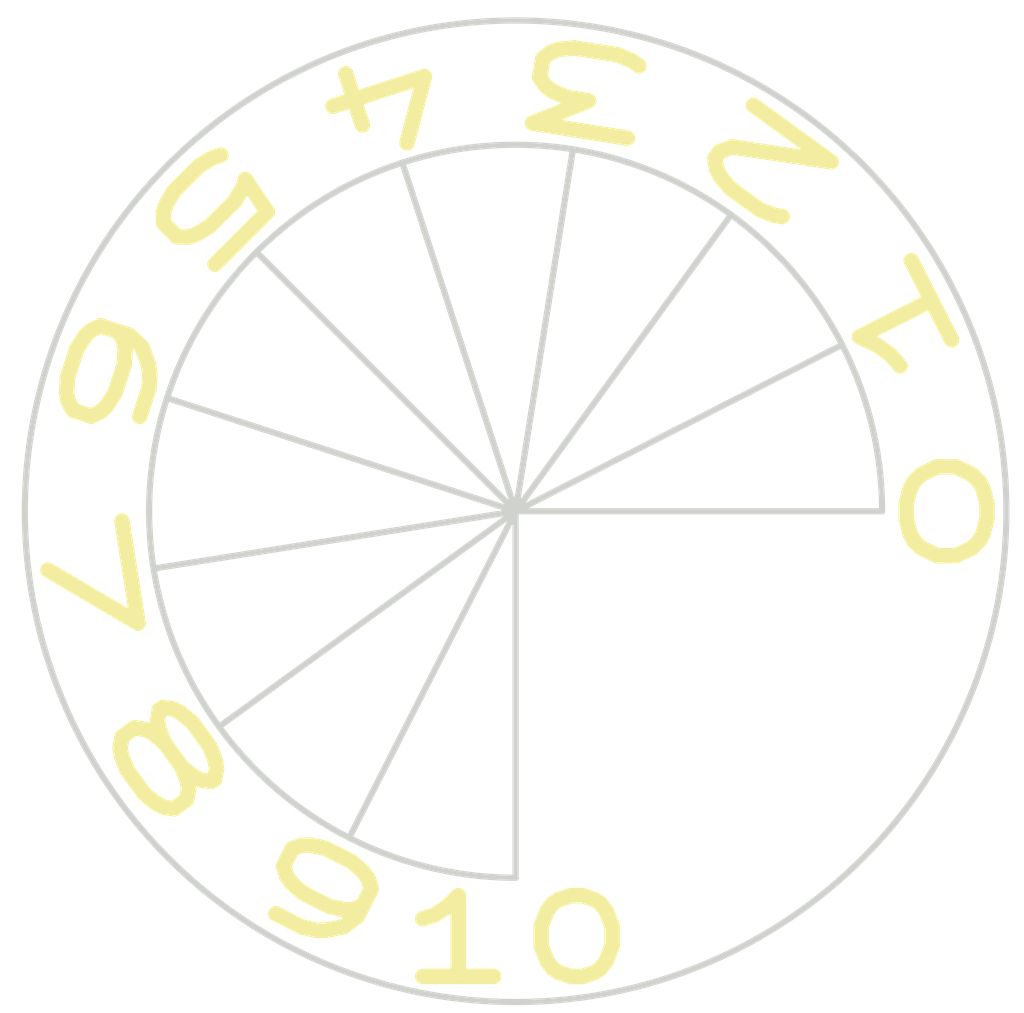
<source format=kicad_pcb>
(kicad_pcb (version 20171130) (host pcbnew "(5.1.6)-1")

  (general
    (thickness 1.6)
    (drawings 41)
    (tracks 0)
    (zones 0)
    (modules 0)
    (nets 1)
  )

  (page A4)
  (layers
    (0 F.Cu signal)
    (31 B.Cu signal)
    (32 B.Adhes user)
    (33 F.Adhes user)
    (34 B.Paste user)
    (35 F.Paste user)
    (36 B.SilkS user)
    (37 F.SilkS user)
    (38 B.Mask user)
    (39 F.Mask user)
    (40 Dwgs.User user hide)
    (41 Cmts.User user)
    (42 Eco1.User user)
    (43 Eco2.User user)
    (44 Edge.Cuts user)
    (45 Margin user)
    (46 B.CrtYd user)
    (47 F.CrtYd user)
    (48 B.Fab user)
    (49 F.Fab user)
  )

  (setup
    (last_trace_width 0.25)
    (user_trace_width 0.3)
    (user_trace_width 0.4)
    (user_trace_width 0.5)
    (user_trace_width 0.75)
    (user_trace_width 1)
    (user_trace_width 2)
    (user_trace_width 3)
    (user_trace_width 0.3)
    (user_trace_width 0.4)
    (user_trace_width 0.5)
    (user_trace_width 0.75)
    (user_trace_width 1)
    (user_trace_width 2)
    (user_trace_width 3)
    (trace_clearance 0.2)
    (zone_clearance 0.2)
    (zone_45_only no)
    (trace_min 0.2)
    (via_size 0.8)
    (via_drill 0.4)
    (via_min_size 0.4)
    (via_min_drill 0.3)
    (uvia_size 0.3)
    (uvia_drill 0.1)
    (uvias_allowed no)
    (uvia_min_size 0.2)
    (uvia_min_drill 0.1)
    (edge_width 0.1)
    (segment_width 0.2)
    (pcb_text_width 0.3)
    (pcb_text_size 1.5 1.5)
    (mod_edge_width 0.15)
    (mod_text_size 1 1)
    (mod_text_width 0.15)
    (pad_size 1.6 1.6)
    (pad_drill 0.8)
    (pad_to_mask_clearance 0.05)
    (aux_axis_origin 0 0)
    (visible_elements 7EFFFFFF)
    (pcbplotparams
      (layerselection 0x010f0_ffffffff)
      (usegerberextensions true)
      (usegerberattributes false)
      (usegerberadvancedattributes false)
      (creategerberjobfile false)
      (excludeedgelayer true)
      (linewidth 0.100000)
      (plotframeref false)
      (viasonmask false)
      (mode 1)
      (useauxorigin true)
      (hpglpennumber 1)
      (hpglpenspeed 20)
      (hpglpendiameter 15.000000)
      (psnegative false)
      (psa4output false)
      (plotreference true)
      (plotvalue true)
      (plotinvisibletext false)
      (padsonsilk false)
      (subtractmaskfromsilk true)
      (outputformat 1)
      (mirror false)
      (drillshape 0)
      (scaleselection 1)
      (outputdirectory "side/"))
  )

  (net 0 "")

  (net_class Default "これはデフォルトのネット クラスです。"
    (clearance 0.2)
    (trace_width 0.25)
    (via_dia 0.8)
    (via_drill 0.4)
    (uvia_dia 0.3)
    (uvia_drill 0.1)
  )

  (gr_line (start 0 0) (end 0 5.899988) (layer Edge.Cuts) (width 0.1) (tstamp 606E5F5B))
  (gr_line (start 0 0) (end -2.678538 5.256928) (layer Edge.Cuts) (width 0.1) (tstamp 606E5F58))
  (gr_line (start 0 0) (end -4.773192 3.467927) (layer Edge.Cuts) (width 0.1) (tstamp 606E5F55))
  (gr_line (start 0 0) (end -5.827352 0.922962) (layer Edge.Cuts) (width 0.1) (tstamp 606E5F4E))
  (gr_line (start 0 0) (end -5.611226 -1.823197) (layer Edge.Cuts) (width 0.1) (tstamp 606E5F45))
  (gr_line (start 0 0) (end -4.171925 -4.171925) (layer Edge.Cuts) (width 0.1) (tstamp 606E5F42))
  (gr_line (start 0 0) (end -1.823199 -5.611228) (layer Edge.Cuts) (width 0.1) (tstamp 606E5F3D))
  (gr_line (start 0 0) (end 0.922963 -5.827358) (layer Edge.Cuts) (width 0.1) (tstamp 606E5F36))
  (gr_line (start 0 0) (end 3.467932 -4.773199) (layer Edge.Cuts) (width 0.1) (tstamp 606E5F31))
  (gr_line (start 0 0) (end 5.256937 -2.678543) (layer Edge.Cuts) (width 0.1) (tstamp 606E5F2C))
  (gr_arc (start 0 0) (end -2.678538 5.256928) (angle -26.99999903) (layer Edge.Cuts) (width 0.1))
  (gr_arc (start 0 0) (end -4.773192 3.467927) (angle -27) (layer Edge.Cuts) (width 0.1))
  (gr_arc (start 0 0) (end -5.827352 0.922962) (angle -27) (layer Edge.Cuts) (width 0.1))
  (gr_arc (start 0 0) (end -5.611226 -1.823197) (angle -27) (layer Edge.Cuts) (width 0.1))
  (gr_arc (start 0 0) (end -4.171925 -4.171925) (angle -27) (layer Edge.Cuts) (width 0.1))
  (gr_arc (start 0 0) (end -1.823199 -5.611228) (angle -27) (layer Edge.Cuts) (width 0.1))
  (gr_arc (start 0 0) (end 0.922962 -5.827357) (angle -27) (layer Edge.Cuts) (width 0.1))
  (gr_arc (start 0 0) (end 3.467931 -4.773198) (angle -27) (layer Edge.Cuts) (width 0.1))
  (gr_arc (start 0 0) (end 5.256937 -2.678543) (angle -27) (layer Edge.Cuts) (width 0.1))
  (gr_circle (center 0 0) (end 7.9 -0.1) (layer Edge.Cuts) (width 0.1))
  (gr_text 10 (at 0.03 6.9) (layer F.SilkS) (tstamp 60680565)
    (effects (font (size 1.3 2) (thickness 0.25)))
  )
  (gr_text 9 (at -3.17 6.17 333) (layer F.SilkS) (tstamp 60680555)
    (effects (font (size 1.3 2.5) (thickness 0.25)))
  )
  (gr_text 8 (at -5.64 4.01 306) (layer F.SilkS) (tstamp 606803AF)
    (effects (font (size 1.3 2.5) (thickness 0.25)))
  )
  (gr_text 7 (at -6.91 1.09 279) (layer F.SilkS) (tstamp 60680396)
    (effects (font (size 1.3 2.5) (thickness 0.25)))
  )
  (gr_text 6 (at -6.58 -2.2 252) (layer F.SilkS) (tstamp 6068038B)
    (effects (font (size 1.3 2.5) (thickness 0.25)))
  )
  (gr_text 5 (at -4.92 -4.9 225) (layer F.SilkS) (tstamp 60680380)
    (effects (font (size 1.3 2.5) (thickness 0.25)))
  )
  (gr_text 4 (at -2.1 -6.63 198) (layer F.SilkS) (tstamp 60680373)
    (effects (font (size 1.3 2.5) (thickness 0.25)))
  )
  (gr_text 3 (at 1.09 -6.84 171) (layer F.SilkS) (tstamp 60680364)
    (effects (font (size 1.3 2.5) (thickness 0.25)))
  )
  (gr_text 2 (at 4.06 -5.64 144) (layer F.SilkS) (tstamp 60680357)
    (effects (font (size 1.3 2.5) (thickness 0.25)))
  )
  (gr_text 1 (at 6.17 -3.13 117) (layer F.SilkS) (tstamp 60680340)
    (effects (font (size 1.3 2.5) (thickness 0.25)))
  )
  (gr_line (start 0 0) (end 5.9 0) (layer Edge.Cuts) (width 0.1) (tstamp 60680256))
  (gr_arc (start 0 0) (end 5.9 0) (angle -27) (layer Edge.Cuts) (width 0.1))
  (gr_circle (center 0 0) (end 6 0) (layer Dwgs.User) (width 0.15))
  (gr_text 0 (at 7 0 90) (layer F.SilkS)
    (effects (font (size 1.3 2.5) (thickness 0.25)))
  )
  (gr_line (start 7.5 8) (end 0 0) (layer Dwgs.User) (width 0.15) (tstamp 60680092))
  (gr_line (start 7.5 0) (end 7.5 8) (layer Dwgs.User) (width 0.15))
  (gr_line (start 0 0) (end 7.5 0) (layer Dwgs.User) (width 0.15) (tstamp 6068008D))
  (gr_line (start -7.5 7.5) (end 0 0) (layer Dwgs.User) (width 0.15) (tstamp 60680087))
  (gr_line (start -7.5 0) (end -7.5 7.5) (layer Dwgs.User) (width 0.15))
  (gr_line (start 0 0) (end -7.5 0) (layer Dwgs.User) (width 0.15) (tstamp 60680081))
  (gr_circle (center 0 0) (end 7.5 0) (layer Dwgs.User) (width 0.15))

)

</source>
